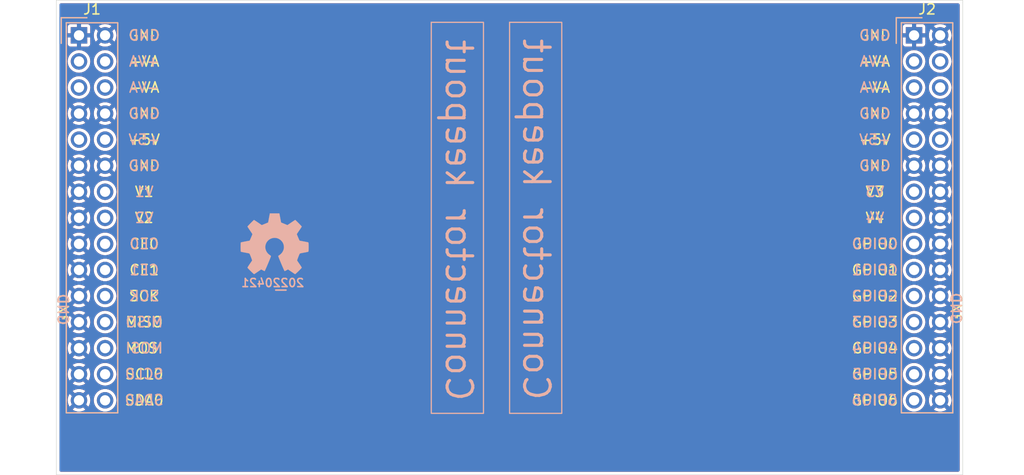
<source format=kicad_pcb>
(kicad_pcb (version 20211014) (generator pcbnew)
  (layers (0 "F.Cu" signal) (31 "B.Cu" signal) (34 "B.Paste" user) (35 "F.Paste" user) (36 "B.SilkS" user "B.Silkscreen") (37 "F.SilkS" user "F.Silkscreen") (38 "B.Mask" user) (39 "F.Mask" user) (44 "Edge.Cuts" user))
  (net 0 "")
  (net 1 "GND")
  (footprint "SquantorConnectorsNamed:module_2x15_right" (layer "F.Cu") (at 227.33 90.17)
    (fp_text reference "J2" (at 0 -20.32 unlocked) (layer "F.SilkS"))
    (fp_text value "module_2x15_right_input")
    (fp_text user "GND" (at -5.08 -10.16 unlocked) (layer "B.SilkS") (effects (justify mirror)))
    (fp_text user "GND" (at 2.79 8.83 -90 unlocked) (layer "B.SilkS") (effects (justify mirror)))
    (fp_text user "+VA" (at -5.08 -15.24 unlocked) (layer "B.SilkS") (effects (justify mirror)))
    (fp_text user "V4" (at -5.08 0 unlocked) (layer "B.SilkS") (effects (justify mirror)))
    (fp_text user "GND" (at -5.08 -5.08 unlocked) (layer "B.SilkS") (effects (justify mirror)))
    (fp_text user "V3" (at -5.08 -2.54 unlocked) (layer "B.SilkS") (effects (justify mirror)))
    (fp_text user "GPIO3" (at -5.08 10.16 unlocked) (layer "B.SilkS") (effects (justify mirror)))
    (fp_text user "GPIO2" (at -5.08 7.62 unlocked) (layer "B.SilkS") (effects (justify mirror)))
    (fp_text user "GPIO0" (at -5.08 2.54 unlocked) (layer "B.SilkS") (effects (justify mirror)))
    (fp_text user "GPIO4" (at -5.08 12.7 unlocked) (layer "B.SilkS") (effects (justify mirror)))
    (fp_text user "-VA" (at -5.08 -12.7 unlocked) (layer "B.SilkS") (effects (justify mirror)))
    (fp_text user "GPIO5" (at -5.08 15.24 unlocked) (layer "B.SilkS") (effects (justify mirror)))
    (fp_text user "GPIO1" (at -5.08 5.08 unlocked) (layer "B.SilkS") (effects (justify mirror)))
    (fp_text user "GND" (at -5.08 -17.78 unlocked) (layer "B.SilkS") (effects (justify mirror)))
    (fp_text user "GPIO6" (at -5.112672 17.756379 unlocked) (layer "B.SilkS") (effects (justify mirror)))
    (fp_text user "+5V" (at -5.08 -7.62 unlocked) (layer "B.SilkS") (effects (justify mirror)))
    (fp_text user "V4" (at -5.08 0 unlocked) (layer "F.SilkS"))
    (fp_text user "GPIO6" (at -5.08 17.78 unlocked) (layer "F.SilkS"))
    (fp_text user "V3" (at -5.08 -2.54 unlocked) (layer "F.SilkS"))
    (fp_text user "GPIO0" (at -5.08 2.54 unlocked) (layer "F.SilkS"))
    (fp_text user "GPIO2" (at -5.08 7.62 unlocked) (layer "F.SilkS"))
    (fp_text user "GND" (at -5.08 -17.78 unlocked) (layer "F.SilkS"))
    (fp_text user "GND" (at -5.08 -5.08 unlocked) (layer "F.SilkS"))
    (fp_text user "+VA" (at -5.08 -15.24 unlocked) (layer "F.SilkS"))
    (fp_text user "GPIO1" (at -5.08 5.08 unlocked) (layer "F.SilkS"))
    (fp_text user "GND" (at -5.08 -10.16 unlocked) (layer "F.SilkS"))
    (fp_text user "GPIO4" (at -5.08 12.7 unlocked) (layer "F.SilkS"))
    (fp_text user "+5V" (at -5.08 -7.62 unlocked) (layer "F.SilkS"))
    (fp_text user "GND" (at 2.89 8.83 90 unlocked) (layer "F.SilkS"))
    (fp_text user "GPIO5" (at -5.08 15.24 unlocked) (layer "F.SilkS"))
    (fp_text user "-VA" (at -5.08 -12.7 unlocked) (layer "F.SilkS"))
    (fp_text user "GPIO3" (at -5.08 10.16 unlocked) (layer "F.SilkS"))
    (fp_line (start -0.5 -19.5) (end -3 -19.5) (layer "B.SilkS") (width 0.12))
    (fp_line (start -3 -19.5) (end -3 -17) (layer "B.SilkS") (width 0.12))
    (fp_rect (start -2.5 -19) (end 2.5 19) (layer "B.SilkS") (width 0.12) (fill none))
    (fp_line (start -3 -19.5) (end -0.5 -19.5) (layer "F.SilkS") (width 0.12))
    (fp_line (start 2.5 -19) (end 2.5 19) (layer "F.SilkS") (width 0.12))
    (fp_line (start 2.5 19) (end -2.5 19) (layer "F.SilkS") (width 0.12))
    (fp_line (start -2.5 -19) (end 2.5 -19) (layer "F.SilkS") (width 0.12))
    (fp_line (start -3 -17) (end -3 -19.5) (layer "F.SilkS") (width 0.12))
    (fp_line (start -2.5 19) (end -2.5 -19) (layer "F.SilkS") (width 0.12))
    (pad "1" thru_hole rect (at -1.27 -17.78) (size 1.6 1.6) (drill 1) (layers *.Cu *.Mask) (net 1 "GND"))
    (pad "2" thru_hole circle (at 1.27 -17.78) (size 1.6 1.6) (drill 1) (layers *.Cu *.Mask) (net 1 "GND"))
    (pad "3" thru_hole circle (at -1.27 -15.24) (size 1.6 1.6) (drill 1) (layers *.Cu *.Mask))
    (pad "4" thru_hole circle (at 1.27 -15.24) (size 1.6 1.6) (drill 1) (layers *.Cu *.Mask))
    (pad "5" thru_hole circle (at -1.27 -12.7) (size 1.6 1.6) (drill 1) (layers *.Cu *.Mask))
    (pad "6" thru_hole circle (at 1.27 -12.7) (size 1.6 1.6) (drill 1) (layers *.Cu *.Mask))
    (pad "7" thru_hole circle (at -1.27 -10.16) (size 1.6 1.6) (drill 1) (layers *.Cu *.Mask) (net 1 "GND"))
    (pad "8" thru_hole circle (at 1.27 -10.16) (size 1.6 1.6) (drill 1) (layers *.Cu *.Mask) (net 1 "GND"))
    (pad "9" thru_hole circle (at -1.27 -7.62) (size 1.6 1.6) (drill 1) (layers *.Cu *.Mask))
    (pad "10" thru_hole circle (at 1.27 -7.62) (size 1.6 1.6) (drill 1) (layers *.Cu *.Mask))
    (pad "11" thru_hole circle (at -1.27 -5.08) (size 1.6 1.6) (drill 1) (layers *.Cu *.Mask) (net 1 "GND"))
    (pad "12" thru_hole circle (at 1.27 -5.08) (size 1.6 1.6) (drill 1) (layers *.Cu *.Mask) (net 1 "GND"))
    (pad "13" thru_hole circle (at -1.27 -2.54) (size 1.6 1.6) (drill 1) (layers *.Cu *.Mask))
    (pad "14" thru_hole circle (at 1.27 -2.54) (size 1.6 1.6) (drill 1) (layers *.Cu *.Mask) (net 1 "GND"))
    (pad "15" thru_hole circle (at -1.27 0) (size 1.6 1.6) (drill 1) (layers *.Cu *.Mask))
    (pad "16" thru_hole circle (at 1.27 0) (size 1.6 1.6) (drill 1) (layers *.Cu *.Mask) (net 1 "GND"))
    (pad "17" thru_hole circle (at -1.27 2.54) (size 1.6 1.6) (drill 1) (layers *.Cu *.Mask))
    (pad "18" thru_hole circle (at 1.27 2.54) (size 1.6 1.6) (drill 1) (layers *.Cu *.Mask) (net 1 "GND"))
    (pad "19" thru_hole circle (at -1.27 5.08) (size 1.6 1.6) (drill 1) (layers *.Cu *.Mask))
    (pad "20" thru_hole circle (at 1.27 5.08) (size 1.6 1.6) (drill 1) (layers *.Cu *.Mask) (net 1 "GND"))
    (pad "21" thru_hole circle (at -1.27 7.62) (size 1.6 1.6) (drill 1) (layers *.Cu *.Mask))
    (pad "22" thru_hole circle (at 1.27 7.62) (size 1.6 1.6) (drill 1) (layers *.Cu *.Mask) (net 1 "GND"))
    (pad "23" thru_hole circle (at -1.27 10.16) (size 1.6 1.6) (drill 1) (layers *.Cu *.Mask))
    (pad "24" thru_hole circle (at 1.27 10.16) (size 1.6 1.6) (drill 1) (layers *.Cu *.Mask) (net 1 "GND"))
    (pad "25" thru_hole circle (at -1.27 12.7) (size 1.6 1.6) (drill 1) (layers *.Cu *.Mask))
    (pad "26" thru_hole circle (at 1.27 12.7) (size 1.6 1.6) (drill 1) (layers *.Cu *.Mask) (net 1 "GND"))
    (pad "27" thru_hole circle (at -1.27 15.24) (size 1.6 1.6) (drill 1) (layers *.Cu *.Mask))
    (pad "28" thru_hole circle (at 1.27 15.24) (size 1.6 1.6) (drill 1) (layers *.Cu *.Mask) (net 1 "GND"))
    (pad "29" thru_hole circle (at -1.27 17.78) (size 1.6 1.6) (drill 1) (layers *.Cu *.Mask))
    (pad "30" thru_hole circle (at 1.27 17.78) (size 1.6 1.6) (drill 1) (layers *.Cu *.Mask) (net 1 "GND"))
  )
  (footprint "SquantorConnectorsNamed:module_2x15_left" (layer "F.Cu") (at 146.05 90.17)
    (fp_text reference "J1" (at 0 -20.32 unlocked) (layer "F.SilkS"))
    (fp_text value "module_2x15_left_input")
    (fp_text user "GND" (at 5.08 -17.78 unlocked) (layer "B.SilkS") (effects (justify mirror)))
    (fp_text user "MISO" (at 5.08 10.16 unlocked) (layer "B.SilkS") (effects (justify mirror)))
    (fp_text user "+5V" (at 5.08 -7.62 unlocked) (layer "B.SilkS") (effects (justify mirror)))
    (fp_text user "SCK" (at 5.08 7.62 unlocked) (layer "B.SilkS") (effects (justify mirror)))
    (fp_text user "-VA" (at 5.08 -12.7 unlocked) (layer "B.SilkS") (effects (justify mirror)))
    (fp_text user "CE1" (at 5.08 5.08 unlocked) (layer "B.SilkS") (effects (justify mirror)))
    (fp_text user "+VA" (at 5.08 -15.24 unlocked) (layer "B.SilkS") (effects (justify mirror)))
    (fp_text user "V1" (at 5.08 -2.54 unlocked) (layer "B.SilkS") (effects (justify mirror)))
    (fp_text user "GND" (at -2.85 8.93 -90 unlocked) (layer "B.SilkS") (effects (justify mirror)))
    (fp_text user "GND" (at 5.08 -5.08 unlocked) (layer "B.SilkS") (effects (justify mirror)))
    (fp_text user "CE0" (at 5.08 2.54 unlocked) (layer "B.SilkS") (effects (justify mirror)))
    (fp_text user "GND" (at 5.08 -10.16 unlocked) (layer "B.SilkS") (effects (justify mirror)))
    (fp_text user "MOSI" (at 5.08 12.7 unlocked) (layer "B.SilkS") (effects (justify mirror)))
    (fp_text user "V2" (at 5.08 0 unlocked) (layer "B.SilkS") (effects (justify mirror)))
    (fp_text user "SDA0" (at 5.079999 17.758937 unlocked) (layer "B.SilkS") (effects (justify mirror)))
    (fp_text user "SCL0" (at 5.079999 15.21948 unlocked) (layer "B.SilkS") (effects (justify mirror)))
    (fp_text user "GND" (at 5.08 -10.16 unlocked) (layer "F.SilkS"))
    (fp_text user "MOSI" (at 5.08 12.7 unlocked) (layer "F.SilkS"))
    (fp_text user "+5V" (at 5.08 -7.62 unlocked) (layer "F.SilkS"))
    (fp_text user "GND" (at 5.08 -5.08 unlocked) (layer "F.SilkS"))
    (fp_text user "SCL0" (at 5.08 15.24 unlocked) (layer "F.SilkS"))
    (fp_text user "CE1" (at 5.08 5.08 unlocked) (layer "F.SilkS"))
    (fp_text user "GND" (at 5.08 -17.78 unlocked) (layer "F.SilkS"))
    (fp_text user "-VA" (at 5.08 -12.7 unlocked) (layer "F.SilkS"))
    (fp_text user "SDA0" (at 5.08 17.78 unlocked) (layer "F.SilkS"))
    (fp_text user "MISO" (at 5.08 10.16 unlocked) (layer "F.SilkS"))
    (fp_text user "GND" (at -2.75 8.93 90 unlocked) (layer "F.SilkS"))
    (fp_text user "CE0" (at 5.08 2.54 unlocked) (layer "F.SilkS"))
    (fp_text user "SCK" (at 5.08 7.62 unlocked) (layer "F.SilkS"))
    (fp_text user "V1" (at 5.08 -2.54 unlocked) (layer "F.SilkS"))
    (fp_text user "V2" (at 5.08 0 unlocked) (layer "F.SilkS"))
    (fp_text user "+VA" (at 5.08 -15.24 unlocked) (layer "F.SilkS"))
    (fp_line (start -3 -17) (end -3 -19.5) (layer "B.SilkS") (width 0.12))
    (fp_line (start -3 -19.5) (end -0.5 -19.5) (layer "B.SilkS") (width 0.12))
    (fp_rect (start -2.5 -19) (end 2.5 19) (layer "B.SilkS") (width 0.12) (fill none))
    (fp_line (start 2.5 -19) (end 2.5 19) (layer "F.SilkS") (width 0.12))
    (fp_line (start -3 -17) (end -3 -19.5) (layer "F.SilkS") (width 0.12))
    (fp_line (start -3 -19.5) (end -0.5 -19.5) (layer "F.SilkS") (width 0.12))
    (fp_line (start -2.5 -19) (end 2.5 -19) (layer "F.SilkS") (width 0.12))
    (fp_line (start 2.5 19) (end -2.5 19) (layer "F.SilkS") (width 0.12))
    (fp_line (start -2.5 19) (end -2.5 -19) (layer "F.SilkS") (width 0.12))
    (pad "1" thru_hole rect (at -1.27 -17.78) (size 1.6 1.6) (drill 1) (layers *.Cu *.Mask) (net 1 "GND"))
    (pad "2" thru_hole circle (at 1.27 -17.78) (size 1.6 1.6) (drill 1) (layers *.Cu *.Mask) (net 1 "GND"))
    (pad "3" thru_hole circle (at -1.27 -15.24) (size 1.6 1.6) (drill 1) (layers *.Cu *.Mask))
    (pad "4" thru_hole circle (at 1.27 -15.24) (size 1.6 1.6) (drill 1) (layers *.Cu *.Mask))
    (pad "5" thru_hole circle (at -1.27 -12.7) (size 1.6 1.6) (drill 1) (layers *.Cu *.Mask))
    (pad "6" thru_hole circle (at 1.27 -12.7) (size 1.6 1.6) (drill 1) (layers *.Cu *.Mask))
    (pad "7" thru_hole circle (at -1.27 -10.16) (size 1.6 1.6) (drill 1) (layers *.Cu *.Mask) (net 1 "GND"))
    (pad "8" thru_hole circle (at 1.27 -10.16) (size 1.6 1.6) (drill 1) (layers *.Cu *.Mask) (net 1 "GND"))
    (pad "9" thru_hole circle (at -1.27 -7.62) (size 1.6 1.6) (drill 1) (layers *.Cu *.Mask))
    (pad "10" thru_hole circle (at 1.27 -7.62) (size 1.6 1.6) (drill 1) (layers *.Cu *.Mask))
    (pad "11" thru_hole circle (at -1.27 -5.08) (size 1.6 1.6) (drill 1) (layers *.Cu *.Mask) (net 1 "GND"))
    (pad "12" thru_hole circle (at 1.27 -5.08) (size 1.6 1.6) (drill 1) (layers *.Cu *.Mask) (net 1 "GND"))
    (pad "13" thru_hole circle (at -1.27 -2.54) (size 1.6 1.6) (drill 1) (layers *.Cu *.Mask) (net 1 "GND"))
    (pad "14" thru_hole circle (at 1.27 -2.54) (size 1.6 1.6) (drill 1) (layers *.Cu *.Mask))
    (pad "15" thru_hole circle (at -1.27 0) (size 1.6 1.6) (drill 1) (layers *.Cu *.Mask) (net 1 "GND"))
    (pad "16" thru_hole circle (at 1.27 0) (size 1.6 1.6) (drill 1) (layers *.Cu *.Mask))
    (pad "17" thru_hole circle (at -1.27 2.54) (size 1.6 1.6) (drill 1) (layers *.Cu *.Mask) (net 1 "GND"))
    (pad "18" thru_hole circle (at 1.27 2.54) (size 1.6 1.6) (drill 1) (layers *.Cu *.Mask))
    (pad "19" thru_hole circle (at -1.27 5.08) (size 1.6 1.6) (drill 1) (layers *.Cu *.Mask) (net 1 "GND"))
    (pad "20" thru_hole circle (at 1.27 5.08) (size 1.6 1.6) (drill 1) (layers *.Cu *.Mask))
    (pad "21" thru_hole circle (at -1.27 7.62) (size 1.6 1.6) (drill 1) (layers *.Cu *.Mask) (net 1 "GND"))
    (pad "22" thru_hole circle (at 1.27 7.62) (size 1.6 1.6) (drill 1) (layers *.Cu *.Mask))
    (pad "23" thru_hole circle (at -1.27 10.16) (size 1.6 1.6) (drill 1) (layers *.Cu *.Mask) (net 1 "GND"))
    (pad "24" thru_hole circle (at 1.27 10.16) (size 1.6 1.6) (drill 1) (layers *.Cu *.Mask))
    (pad "25" thru_hole circle (at -1.27 12.7) (size 1.6 1.6) (drill 1) (layers *.Cu *.Mask) (net 1 "GND"))
    (pad "26" thru_hole circle (at 1.27 12.7) (size 1.6 1.6) (drill 1) (layers *.Cu *.Mask))
    (pad "27" thru_hole circle (at -1.27 15.24) (size 1.6 1.6) (drill 1) (layers *.Cu *.Mask) (net 1 "GND"))
    (pad "28" thru_hole circle (at 1.27 15.24) (size 1.6 1.6) (drill 1) (layers *.Cu *.Mask))
    (pad "29" thru_hole circle (at -1.27 17.78) (size 1.6 1.6) (drill 1) (layers *.Cu *.Mask) (net 1 "GND"))
    (pad "30" thru_hole circle (at 1.27 17.78) (size 1.6 1.6) (drill 1) (layers *.Cu *.Mask))
  )
  (footprint "SquantorLabels:Label_Generic" (layer "B.Cu") (at 164.43 96.61 180)
    (fp_text reference "N1" hide)
    (fp_text value "20220421" (at 0.8 0.1) (layer "B.SilkS") (effects (font (size 0.8 0.8)) (justify mirror)))
    (fp_line (start -0.5 -0.6) (end 0.5 -0.6) (layer "B.SilkS") (width 0.15))
  )
  (footprint "Symbol:OSHW-Symbol_6.7x6mm_SilkScreen" (layer "B.Cu") (at 163.83 92.71 180)
    (fp_text reference "N2" hide)
    (fp_text value "OHWLOGO" hide)
    (fp_poly (pts (xy 0.555814 2.531069) (xy 0.639635 2.086445) (xy 0.94892 1.958947) (xy 1.258206 1.831449) (xy 1.629246 2.083754) (xy 1.733157 2.154004) (xy 1.827087 2.216728) (xy 1.906652 2.269062) (xy 1.96747 2.308143) (xy 2.005157 2.331107) (xy 2.015421 2.336058) (xy 2.03391 2.323324) (xy 2.07342 2.288118) (xy 2.129522 2.234938) (xy 2.197787 2.168282) (xy 2.273786 2.092646) (xy 2.353092 2.012528) (xy 2.431275 1.932426) (xy 2.503907 1.856836) (xy 2.566559 1.790255) (xy 2.614803 1.737182) (xy 2.64421 1.702113) (xy 2.651241 1.690377) (xy 2.641123 1.66874) (xy 2.612759 1.621338) (xy 2.569129 1.552807) (xy 2.513218 1.467785) (xy 2.448006 1.370907) (xy 2.410219 1.31565) (xy 2.341343 1.214752) (xy 2.28014 1.123701) (xy 2.229578 1.04703) (xy 2.192628 0.989272) (xy 2.172258 0.954957) (xy 2.169197 0.947746) (xy 2.176136 0.927252) (xy 2.195051 0.879487) (xy 2.223087 0.811168) (xy 2.257391 0.729011) (xy 2.295109 0.63973) (xy 2.333387 0.550042) (xy 2.36937 0.466662) (xy 2.400206 0.396306) (xy 2.423039 0.34569) (xy 2.435017 0.321529) (xy 2.435724 0.320578) (xy 2.454531 0.315964) (xy 2.504618 0.305672) (xy 2.580793 0.290713) (xy 2.677865 0.272099) (xy 2.790643 0.250841) (xy 2.856442 0.238582) (xy 2.97695 0.215638) (xy 3.085797 0.193805) (xy 3.177476 0.174278) (xy 3.246481 0.158252) (xy 3.287304 0.146921) (xy 3.295511 0.143326) (xy 3.303548 0.118994) (xy 3.310033 0.064041) (xy 3.31497 -0.015108) (xy 3.318364 -0.112026) (xy 3.320218 -0.220287) (xy 3.320538 -0.333465) (xy 3.319327 -0.445135) (xy 3.31659 -0.548868) (xy 3.312331 -0.638241) (xy 3.306555 -0.706826) (xy 3.299267 -0.748197) (xy 3.294895 -0.75681) (xy 3.268764 -0.767133) (xy 3.213393 -0.781892) (xy 3.136107 -0.799352) (xy 3.04423 -0.81778) (xy 3.012158 -0.823741) (xy 2.857524 -0.852066) (xy 2.735375 -0.874876) (xy 2.641673 -0.89308) (xy 2.572384 -0.907583) (xy 2.523471 -0.919292) (xy 2.490897 -0.929115) (xy 2.470628 -0.937956) (xy 2.458626 -0.946724) (xy 2.456947 -0.948457) (xy 2.440184 -0.976371) (xy 2.414614 -1.030695) (xy 2.382788 -1.104777) (xy 2.34726 -1.191965) (xy 2.310583 -1.285608) (xy 2.275311 -1.379052) (xy 2.243996 -1.465647) (xy 2.219193 -1.53874) (xy 2.203454 -1.591678) (xy 2.199332 -1.617811) (xy 2.199676 -1.618726) (xy 2.213641 -1.640086) (xy 2.245322 -1.687084) (xy 2.291391 -1.754827) (xy 2.348518 -1.838423) (xy 2.413373 -1.932982) (xy 2.431843 -1.959854) (xy 2.497699 -2.057275) (xy 2.55565 -2.146163) (xy 2.602538 -2.221412) (xy 2.635207 -2.27792) (xy 2.6505 -2.310581) (xy 2.651241 -2.314593) (xy 2.638392 -2.335684) (xy 2.602888 -2.377464) (xy 2.549293 -2.435445) (xy 2.482171 -2.505135) (xy 2.406087 -2.582045) (xy 2.325604 -2.661683) (xy 2.245287 -2.739561) (xy 2.169699 -2.811186) (xy 2.103405 -2.87207) (xy 2.050969 -2.917721) (xy 2.016955 -2.94365) (xy 2.007545 -2.947883) (xy 1.985643 -2.937912) (xy 1.9408 -2.91102) (xy 1.880321 -2.871736) (xy 1.833789 -2.840117) (xy 1.749475 -2.782098) (xy 1.649626 -2.713784) (xy 1.549473 -2.645579) (xy 1.495627 -2.609075) (xy 1.313371 -2.4858) (xy 1.160381 -2.56852) (xy 1.090682 -2.604759) (xy 1.031414 -2.632926) (xy 0.991311 -2.648991) (xy 0.981103 -2.651226) (xy 0.968829 -2.634722) (xy 0.944613 -2.588082) (xy 0.910263 -2.515609) (xy 0.867588 -2.421606) (xy 0.818394 -2.310374) (xy 0.76449 -2.186215) (xy 0.707684 -2.053432) (xy 0.649782 -1.916327) (xy 0.592593 -1.779202) (xy 0.537924 -1.646358) (xy 0.487584 -1.522098) (xy 0.44338 -1.410725) (xy 0.407119 -1.316539) (xy 0.380609 -1.243844) (xy 0.365658 -1.196941) (xy 0.363254 -1.180833) (xy 0.382311 -1.160286) (xy 0.424036 -1.126933) (xy 0.479706 -1.087702) (xy 0.484378 -1.084599) (xy 0.628264 -0.969423) (xy 0.744283 -0.835053) (xy 0.83143 -0.685784) (xy 0.888699 -0.525913) (xy 0.915086 -0.359737) (xy 0.909585 -0.191552) (xy 0.87119 -0.025655) (xy 0.798895 0.133658) (xy 0.777626 0.168513) (xy 0.666996 0.309263) (xy 0.536302 0.422286) (xy 0.390064 0.506997) (xy 0.232808 0.562806) (xy 0.069057 0.589126) (xy -0.096667 0.58537) (xy -0.259838 0.55095) (xy -0.415935 0.485277) (xy -0.560433 0.387765) (xy -0.605131 0.348187) (xy -0.718888 0.224297) (xy -0.801782 0.093876) (xy -0.858644 -0.052315) (xy -0.890313 -0.197088) (xy -0.898131 -0.35986) (xy -0.872062 -0.52344) (xy -0.814755 -0.682298) (xy -0.728856 -0.830906) (xy -0.617014 -0.963735) (xy -0.481877 -1.075256) (xy -0.464117 -1.087011) (xy -0.40785 -1.125508) (xy -0.365077 -1.158863) (xy -0.344628 -1.18016) (xy -0.344331 -1.180833) (xy -0.348721 -1.203871) (xy -0.366124 -1.256157) (xy -0.394732 -1.33339) (xy -0.432735 -1.431268) (xy -0.478326 -1.545491) (xy -0.529697 -1.671758) (xy -0.585038 -1.805767) (xy -0.642542 -1.943218) (xy -0.700399 -2.079808) (xy -0.756802 -2.211237) (xy -0.809942 -2.333205) (xy -0.85801 -2.441409) (xy -0.899199 -2.531549) (xy -0.931699 -2.599323) (xy -0.953703 -2.64043) (xy -0.962564 -2.651226) (xy -0.98964 -2.642819) (xy -1.040303 -2.620272) (xy -1.105817 -2.587613) (xy -1.141841 -2.56852) (xy -1.294832 -2.4858) (xy -1.477088 -2.609075) (xy -1.570125 -2.672228) (xy -1.671985 -2.741727) (xy -1.767438 -2.807165) (xy -1.81525 -2.840117) (xy -1.882495 -2.885273) (xy -1.939436 -2.921057) (xy -1.978646 -2.942938) (xy -1.991381 -2.947563) (xy -2.009917 -2.935085) (xy -2.050941 -2.900252) (xy -2.110475 -2.846678) (xy -2.184542 -2.777983) (xy -2.269165 -2.697781) (xy -2.322685 -2.646286) (xy -2.416319 -2.554286) (xy -2.497241 -2.471999) (xy -2.562177 -2.402945) (xy -2.607858 -2.350644) (xy -2.631011 -2.318616) (xy -2.633232 -2.312116) (xy -2.622924 -2.287394) (xy -2.594439 -2.237405) (xy -2.550937 -2.167212) (xy -2.495577 -2.081875) (xy -2.43152 -1.986456) (xy -2.413303 -1.959854) (xy -2.346927 -1.863167) (xy -2.287378 -1.776117) (xy -2.237984 -1.703595) (xy -2.202075 -1.650493) (xy -2.182981 -1.621703) (xy -2.181136 -1.618726) (xy -2.183895 -1.595782) (xy -2.198538 -1.545336) (xy -2.222513 -1.474041) (xy -2.253266 -1.388547) (xy -2.288244 -1.295507) (xy -2.324893 -1.201574) (xy -2.360661 -1.113399) (xy -2.392994 -1.037634) (xy -2.419338 -0.980931) (xy -2.437142 -0.949943) (xy -2.438407 -0.948457) (xy -2.449294 -0.939601) (xy -2.467682 -0.930843) (xy -2.497606 -0.921277) (xy -2.543103 -0.909996) (xy -2.608209 -0.896093) (xy -2.696961 -0.878663) (xy -2.813393 -0.856798) (xy -2.961542 -0.829591) (xy -2.993618 -0.823741) (xy -3.088686 -0.805374) (xy -3.171565 -0.787405) (xy -3.23493 -0.771569) (xy -3.271458 -0.7596) (xy -3.276356 -0.75681) (xy -3.284427 -0.732072) (xy -3.290987 -0.67679) (xy -3.296033 -0.597389) (xy -3.299559 -0.500296) (xy -3.301561 -0.391938) (xy -3.302036 -0.27874) (xy -3.300977 -0.167128) (xy -3.298382 -0.063529) (xy -3.294246 0.025632) (xy -3.288563 0.093928) (xy -3.281331 0.134934) (xy -3.276971 0.143326) (xy -3.252698 0.151792) (xy -3.197426 0.165565) (xy -3.116662 0.18345) (xy -3.015912 0.204252) (xy -2.900683 0.226777) (xy -2.837902 0.238582) (xy -2.718787 0.260849) (xy -2.612565 0.281021) (xy -2.524427 0.298085) (xy -2.459566 0.311031) (xy -2.423174 0.318845) (xy -2.417184 0.320578) (xy -2.407061 0.34011) (xy -2.385662 0.387157) (xy -2.355839 0.454997) (xy -2.320445 0.536909) (xy -2.282332 0.626172) (xy -2.244353 0.716065) (xy -2.20936 0.799865) (xy -2.180206 0.870853) (xy -2.159743 0.922306) (xy -2.150823 0.947503) (xy -2.150657 0.948604) (xy -2.160769 0.968481) (xy -2.189117 1.014223) (xy -2.232723 1.081283) (xy -2.288606 1.165116) (xy -2.353787 1.261174) (xy -2.391679 1.31635) (xy -2.460725 1.417519) (xy -2.52205 1.50937) (xy -2.572663 1.587256) (xy -2.609571 1.646531) (xy -2.629782 1.682549) (xy -2.632701 1.690623) (xy -2.620153 1.709416) (xy -2.585463 1.749543) (xy -2.533063 1.806507) (xy -2.467384 1.875815) (xy -2.392856 1.952969) (xy -2.313913 2.033475) (xy -2.234983 2.112837) (xy -2.1605 2.18656) (xy -2.094894 2.250148) (xy -2.042596 2.299106) (xy -2.008039 2.328939) (xy -1.996478 2.336058) (xy -1.977654 2.326047) (xy -1.932631 2.297922) (xy -1.865787 2.254546) (xy -1.781499 2.198782) (xy -1.684144 2.133494) (xy -1.610707 2.083754) (xy -1.239667 1.831449) (xy -0.621095 2.086445) (xy -0.537275 2.531069) (xy -0.453454 2.975693) (xy 0.471994 2.975693) (xy 0.555814 2.531069)) (layer "B.SilkS") (width 0.01) (fill solid))
  )
  (gr_rect (start 184.15 109.22) (end 179.07 71.12) (layer "B.SilkS") (width 0.12) (fill none))
  (gr_rect (start 191.77 109.22) (end 186.69 71.12) (layer "B.SilkS") (width 0.12) (fill none))
  (gr_rect locked (start 142.58 68.97) (end 230.8 115.21) (layer "Edge.Cuts") (width 0.05) (fill none))
  (gr_text "Connector keepout" (at 189.29 90.33 -90) (layer "B.SilkS") (effects (font (size 2.5 2.5) (thickness 0.3)) (justify mirror)))
  (gr_text "Connector keepout" (at 181.75 90.42 -90) (layer "B.SilkS") (effects (font (size 2.5 2.5) (thickness 0.3)) (justify mirror)))
  (zone (net 1) (net_name "GND") (layers F&B.Cu) (connect_pads (clearance 0.3)) (min_thickness 0.3) (fill yes (thermal_gap 0.3) (thermal_bridge_width 0.4))
    (polygon (pts (xy 230.8 115.21) (xy 142.58 115.21) (xy 142.58 68.97) (xy 230.8 68.97)))
  )
)
</source>
